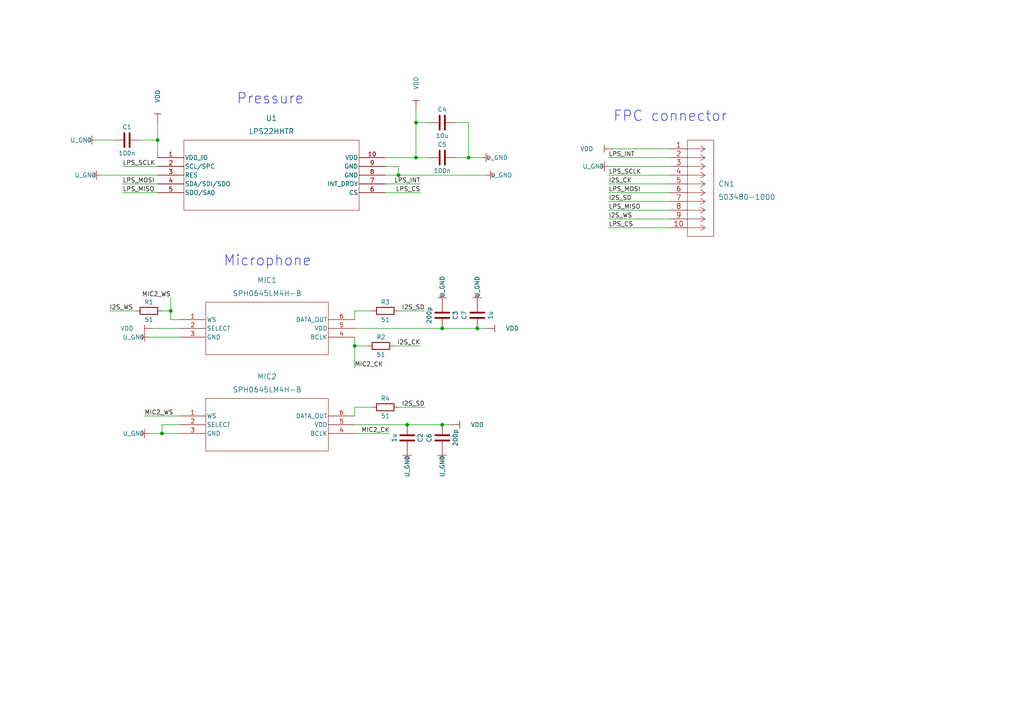
<source format=kicad_sch>
(kicad_sch (version 20211123) (generator eeschema)
  (paper "A4")
  (lib_symbols
    (symbol "Device:C" (pin_numbers hide) (pin_names (offset 0.254))
      (property "Reference" "C" (at 0.635 2.54 0))
      (property "Value" "C" (at 0.635 -2.54 0))
      (symbol "C_0_1"
        (polyline (pts (xy -2.032 -0.762) (xy 2.032 -0.762)) (stroke (width 0.508)))
        (polyline (pts (xy -2.032 0.762) (xy 2.032 0.762)) (stroke (width 0.508)))
      )
      (symbol "C_1_1"
        (pin passive line (at 0 3.81 270) (length 2.794) (name "~") (number "1"))
        (pin passive line (at 0 -3.81 90) (length 2.794) (name "~") (number "2"))
      )
    )
    (symbol "Device:R" (pin_numbers hide) (pin_names (offset 0))
      (property "Reference" "R" (at 2.032 0 90))
      (property "Value" "R" (at 0 0 90))
      (symbol "R_0_1"
        (rectangle (start -1.016 -2.54) (end 1.016 2.54) (stroke (width 0.254)))
      )
      (symbol "R_1_1"
        (pin passive line (at 0 3.81 270) (length 1.27) (name "~") (number "1"))
        (pin passive line (at 0 -3.81 90) (length 1.27) (name "~") (number "2"))
      )
    )
    (symbol "User_library:503480-1000" (pin_names (offset 0.254) hide)
      (property "Reference" "CN" (at 7.62 5.08 0))
      (property "Value" "503480-1000" (at 8.89 -27.94 0))
      (symbol "503480-1000_1_1"
        (polyline (pts (xy 5.08 -25.4) (xy 12.7 -25.4)) (stroke (width 0.127)))
        (polyline (pts (xy 5.08 2.54) (xy 5.08 -25.4)) (stroke (width 0.127)))
        (polyline (pts (xy 10.16 -22.86) (xy 5.08 -22.86)) (stroke (width 0.127)))
        (polyline (pts (xy 10.16 -22.86) (xy 8.89 -23.6982)) (stroke (width 0.127)))
        (polyline (pts (xy 10.16 -22.86) (xy 8.89 -22.0218)) (stroke (width 0.127)))
        (polyline (pts (xy 10.16 -20.32) (xy 5.08 -20.32)) (stroke (width 0.127)))
        (polyline (pts (xy 10.16 -20.32) (xy 8.89 -21.1582)) (stroke (width 0.127)))
        (polyline (pts (xy 10.16 -20.32) (xy 8.89 -19.4818)) (stroke (width 0.127)))
        (polyline (pts (xy 10.16 -17.78) (xy 5.08 -17.78)) (stroke (width 0.127)))
        (polyline (pts (xy 10.16 -17.78) (xy 8.89 -18.6182)) (stroke (width 0.127)))
        (polyline (pts (xy 10.16 -17.78) (xy 8.89 -16.9418)) (stroke (width 0.127)))
        (polyline (pts (xy 10.16 -15.24) (xy 5.08 -15.24)) (stroke (width 0.127)))
        (polyline (pts (xy 10.16 -15.24) (xy 8.89 -16.0782)) (stroke (width 0.127)))
        (polyline (pts (xy 10.16 -15.24) (xy 8.89 -14.4018)) (stroke (width 0.127)))
        (polyline (pts (xy 10.16 -12.7) (xy 5.08 -12.7)) (stroke (width 0.127)))
        (polyline (pts (xy 10.16 -12.7) (xy 8.89 -13.5382)) (stroke (width 0.127)))
        (polyline (pts (xy 10.16 -12.7) (xy 8.89 -11.8618)) (stroke (width 0.127)))
        (polyline (pts (xy 10.16 -10.16) (xy 5.08 -10.16)) (stroke (width 0.127)))
        (polyline (pts (xy 10.16 -10.16) (xy 8.89 -10.9982)) (stroke (width 0.127)))
        (polyline (pts (xy 10.16 -10.16) (xy 8.89 -9.3218)) (stroke (width 0.127)))
        (polyline (pts (xy 10.16 -7.62) (xy 5.08 -7.62)) (stroke (width 0.127)))
        (polyline (pts (xy 10.16 -7.62) (xy 8.89 -8.4582)) (stroke (width 0.127)))
        (polyline (pts (xy 10.16 -7.62) (xy 8.89 -6.7818)) (stroke (width 0.127)))
        (polyline (pts (xy 10.16 -5.08) (xy 5.08 -5.08)) (stroke (width 0.127)))
        (polyline (pts (xy 10.16 -5.08) (xy 8.89 -5.9182)) (stroke (width 0.127)))
        (polyline (pts (xy 10.16 -5.08) (xy 8.89 -4.2418)) (stroke (width 0.127)))
        (polyline (pts (xy 10.16 -2.54) (xy 5.08 -2.54)) (stroke (width 0.127)))
        (polyline (pts (xy 10.16 -2.54) (xy 8.89 -3.3782)) (stroke (width 0.127)))
        (polyline (pts (xy 10.16 -2.54) (xy 8.89 -1.7018)) (stroke (width 0.127)))
        (polyline (pts (xy 10.16 0) (xy 5.08 0)) (stroke (width 0.127)))
        (polyline (pts (xy 10.16 0) (xy 8.89 -0.8382)) (stroke (width 0.127)))
        (polyline (pts (xy 10.16 0) (xy 8.89 0.8382)) (stroke (width 0.127)))
        (polyline (pts (xy 12.7 -25.4) (xy 12.7 2.54)) (stroke (width 0.127)))
        (polyline (pts (xy 12.7 2.54) (xy 5.08 2.54)) (stroke (width 0.127)))
        (pin bidirectional line (at 0 0 0) (length 5.08) (name "1") (number "1"))
        (pin bidirectional line (at 0 -22.86 0) (length 5.08) (name "10") (number "10"))
        (pin bidirectional line (at 0 -2.54 0) (length 5.08) (name "2") (number "2"))
        (pin bidirectional line (at 0 -5.08 0) (length 5.08) (name "3") (number "3"))
        (pin bidirectional line (at 0 -7.62 0) (length 5.08) (name "4") (number "4"))
        (pin bidirectional line (at 0 -10.16 0) (length 5.08) (name "5") (number "5"))
        (pin bidirectional line (at 0 -12.7 0) (length 5.08) (name "6") (number "6"))
        (pin bidirectional line (at 0 -15.24 0) (length 5.08) (name "7") (number "7"))
        (pin bidirectional line (at 0 -17.78 0) (length 5.08) (name "8") (number "8"))
        (pin bidirectional line (at 0 -20.32 0) (length 5.08) (name "9") (number "9"))
      )
    )
    (symbol "User_library:LPS22HHTR" (pin_names (offset 0.254))
      (property "Reference" "U" (at 33.02 10.16 0))
      (property "Value" "LPS22HHTR" (at 33.02 7.62 0))
      (symbol "LPS22HHTR_0_1"
        (polyline (pts (xy 7.62 -15.24) (xy 58.42 -15.24)) (stroke (width 0.127)))
        (polyline (pts (xy 7.62 5.08) (xy 7.62 -15.24)) (stroke (width 0.127)))
        (polyline (pts (xy 58.42 -15.24) (xy 58.42 5.08)) (stroke (width 0.127)))
        (polyline (pts (xy 58.42 5.08) (xy 7.62 5.08)) (stroke (width 0.127)))
        (pin power_in line (at 0 0 0) (length 7.62) (name "VDD_IO") (number "1"))
        (pin power_in line (at 66.04 0 180) (length 7.62) (name "VDD") (number "10"))
        (pin unspecified line (at 0 -2.54 0) (length 7.62) (name "SCL/SPC") (number "2"))
        (pin unspecified line (at 0 -5.08 0) (length 7.62) (name "RES") (number "3"))
        (pin unspecified line (at 0 -7.62 0) (length 7.62) (name "SDA/SDI/SDO") (number "4"))
        (pin unspecified line (at 0 -10.16 0) (length 7.62) (name "SDO/SA0") (number "5"))
        (pin unspecified line (at 66.04 -10.16 180) (length 7.62) (name "CS") (number "6"))
        (pin unspecified line (at 66.04 -7.62 180) (length 7.62) (name "INT_DRDY") (number "7"))
        (pin power_out line (at 66.04 -5.08 180) (length 7.62) (name "GND") (number "8"))
        (pin power_out line (at 66.04 -2.54 180) (length 7.62) (name "GND") (number "9"))
      )
    )
    (symbol "User_library:SPH0645LM4H-B" (pin_names (offset 0.254))
      (property "Reference" "MIC" (at 25.4 10.16 0))
      (property "Value" "SPH0645LM4H-B" (at 25.4 7.62 0))
      (symbol "SPH0645LM4H-B_0_1"
        (polyline (pts (xy 7.62 -10.16) (xy 43.18 -10.16)) (stroke (width 0.127)))
        (polyline (pts (xy 7.62 5.08) (xy 7.62 -10.16)) (stroke (width 0.127)))
        (polyline (pts (xy 43.18 -10.16) (xy 43.18 5.08)) (stroke (width 0.127)))
        (polyline (pts (xy 43.18 5.08) (xy 7.62 5.08)) (stroke (width 0.127)))
        (pin input line (at 0 0 0) (length 7.62) (name "WS") (number "1"))
        (pin input line (at 0 -2.54 0) (length 7.62) (name "SELECT") (number "2"))
        (pin power_out line (at 0 -5.08 0) (length 7.62) (name "GND") (number "3"))
        (pin input line (at 50.8 -5.08 180) (length 7.62) (name "BCLK") (number "4"))
        (pin power_in line (at 50.8 -2.54 180) (length 7.62) (name "VDD") (number "5"))
        (pin output line (at 50.8 0 180) (length 7.62) (name "DATA_OUT") (number "6"))
      )
    )
    (symbol "User_power:GND" (power) (pin_names (offset 0))
      (property "Value" "GND" (at 0 -3.81 0))
      (symbol "GND_0_1"
        (polyline (pts (xy -0.635 -1.905) (xy 0.635 -1.905)))
        (polyline (pts (xy -0.127 -2.54) (xy 0.127 -2.54)))
        (polyline (pts (xy 0 -1.27) (xy 0 0)))
        (polyline (pts (xy 1.27 -1.27) (xy -1.27 -1.27)))
      )
      (symbol "GND_1_1"
        (pin power_in line (at 0 0 270) (length 0) hide (name "U_GND") (number "1"))
      )
    )
    (symbol "sensor_V1-rescue:VPP_3.3V-User_power" (power) (pin_names (offset 0))
      (property "Value" "VPP_3.3V-User_power" (at 0 3.81 0))
      (symbol "VPP_3.3V-User_power_0_1"
        (polyline (pts (xy -1.016 2.54) (xy 0 2.54)))
        (polyline (pts (xy 0 0) (xy 0 2.54)))
        (polyline (pts (xy 0 2.54) (xy 1.016 2.54)))
      )
      (symbol "VPP_3.3V-User_power_1_1"
        (pin power_in line (at 0 0 90) (length 0) hide (name "VDD") (number "1"))
      )
    )
  )
  (junction (at 128.27 123.19))
  (junction (at 49.53 90.17))
  (junction (at 128.27 95.25))
  (junction (at 135.89 45.72))
  (junction (at 102.87 100.33))
  (junction (at 45.72 40.64))
  (junction (at 115.57 50.8))
  (junction (at 46.99 125.73))
  (junction (at 118.11 123.19))
  (junction (at 138.43 95.25))
  (junction (at 120.65 35.56))
  (junction (at 120.65 45.72))
  (wire (pts (xy 29.21 50.8) (xy 45.72 50.8)))
  (wire (pts (xy 102.87 125.73) (xy 113.03 125.73)))
  (wire (pts (xy 135.89 35.56) (xy 135.89 45.72)))
  (wire (pts (xy 176.53 58.42) (xy 194.31 58.42)))
  (wire (pts (xy 176.53 53.34) (xy 194.31 53.34)))
  (wire (pts (xy 176.53 55.88) (xy 194.31 55.88)))
  (wire (pts (xy 40.64 40.64) (xy 45.72 40.64)))
  (wire (pts (xy 176.53 63.5) (xy 194.31 63.5)))
  (wire (pts (xy 118.11 123.19) (xy 128.27 123.19)))
  (wire (pts (xy 102.87 118.11) (xy 107.95 118.11)))
  (wire (pts (xy 46.99 125.73) (xy 52.07 125.73)))
  (wire (pts (xy 111.76 45.72) (xy 120.65 45.72)))
  (wire (pts (xy 44.45 95.25) (xy 52.07 95.25)))
  (wire (pts (xy 49.53 86.36) (xy 49.53 90.17)))
  (wire (pts (xy 111.76 50.8) (xy 115.57 50.8)))
  (wire (pts (xy 31.75 90.17) (xy 39.37 90.17)))
  (wire (pts (xy 111.76 55.88) (xy 121.92 55.88)))
  (wire (pts (xy 46.99 123.19) (xy 46.99 125.73)))
  (wire (pts (xy 102.87 92.71) (xy 102.87 90.17)))
  (wire (pts (xy 132.08 45.72) (xy 135.89 45.72)))
  (wire (pts (xy 177.8 43.18) (xy 194.31 43.18)))
  (wire (pts (xy 41.91 120.65) (xy 52.07 120.65)))
  (wire (pts (xy 45.72 35.56) (xy 45.72 40.64)))
  (wire (pts (xy 49.53 90.17) (xy 49.53 92.71)))
  (wire (pts (xy 45.72 40.64) (xy 45.72 45.72)))
  (wire (pts (xy 176.53 66.04) (xy 194.31 66.04)))
  (wire (pts (xy 102.87 120.65) (xy 102.87 118.11)))
  (wire (pts (xy 35.56 48.26) (xy 45.72 48.26)))
  (wire (pts (xy 43.18 97.79) (xy 52.07 97.79)))
  (wire (pts (xy 35.56 53.34) (xy 45.72 53.34)))
  (wire (pts (xy 128.27 95.25) (xy 138.43 95.25)))
  (wire (pts (xy 120.65 35.56) (xy 120.65 45.72)))
  (wire (pts (xy 176.53 50.8) (xy 194.31 50.8)))
  (wire (pts (xy 132.08 35.56) (xy 135.89 35.56)))
  (wire (pts (xy 27.94 40.64) (xy 33.02 40.64)))
  (wire (pts (xy 115.57 90.17) (xy 123.19 90.17)))
  (wire (pts (xy 102.87 90.17) (xy 107.95 90.17)))
  (wire (pts (xy 35.56 55.88) (xy 45.72 55.88)))
  (wire (pts (xy 115.57 118.11) (xy 123.19 118.11)))
  (wire (pts (xy 115.57 50.8) (xy 140.97 50.8)))
  (wire (pts (xy 176.53 48.26) (xy 194.31 48.26)))
  (wire (pts (xy 43.18 125.73) (xy 46.99 125.73)))
  (wire (pts (xy 102.87 100.33) (xy 102.87 106.68)))
  (wire (pts (xy 120.65 45.72) (xy 124.46 45.72)))
  (wire (pts (xy 138.43 95.25) (xy 140.97 95.25)))
  (wire (pts (xy 121.92 53.34) (xy 111.76 53.34)))
  (wire (pts (xy 121.92 100.33) (xy 114.3 100.33)))
  (wire (pts (xy 115.57 48.26) (xy 115.57 50.8)))
  (wire (pts (xy 135.89 45.72) (xy 139.7 45.72)))
  (wire (pts (xy 176.53 60.96) (xy 194.31 60.96)))
  (wire (pts (xy 102.87 100.33) (xy 106.68 100.33)))
  (wire (pts (xy 111.76 48.26) (xy 115.57 48.26)))
  (wire (pts (xy 102.87 123.19) (xy 118.11 123.19)))
  (wire (pts (xy 102.87 97.79) (xy 102.87 100.33)))
  (wire (pts (xy 120.65 35.56) (xy 124.46 35.56)))
  (wire (pts (xy 46.99 123.19) (xy 52.07 123.19)))
  (wire (pts (xy 102.87 95.25) (xy 128.27 95.25)))
  (wire (pts (xy 52.07 92.71) (xy 49.53 92.71)))
  (wire (pts (xy 46.99 90.17) (xy 49.53 90.17)))
  (wire (pts (xy 176.53 45.72) (xy 194.31 45.72)))
  (wire (pts (xy 120.65 31.75) (xy 120.65 35.56)))
  (wire (pts (xy 128.27 123.19) (xy 130.81 123.19)))
  (text "Microphone" (at 64.77 77.47 0) (effects (font (size 3 3)) (justify left bottom)))
  (text "Pressure" (at 68.58 30.48 0) (effects (font (size 3 3)) (justify left bottom)))
  (text "FPC connector" (at 177.8 35.56 0) (effects (font (size 3 3)) (justify left bottom)))
  (label "MIC2_CK" (at 102.87 106.68 0))
  (label "LPS_CS" (at 176.53 66.04 0))
  (label "LPS_CS" (at 121.92 55.88 180))
  (label "MIC2_WS" (at 41.91 120.65 0))
  (label "I2S_WS" (at 31.75 90.17 0))
  (label "LPS_INT" (at 121.92 53.34 180))
  (label "LPS_MOSI" (at 176.53 55.88 0))
  (label "LPS_INT" (at 176.53 45.72 0))
  (label "LPS_MISO" (at 35.56 55.88 0))
  (label "I2S_SD" (at 123.19 90.17 180))
  (label "I2S_CK" (at 176.53 53.34 0))
  (label "MIC2_CK" (at 113.03 125.73 180))
  (label "LPS_MISO" (at 176.53 60.96 0))
  (label "I2S_SD" (at 176.53 58.42 0))
  (label "LPS_MOSI" (at 35.56 53.34 0))
  (label "I2S_CK" (at 121.92 100.33 180))
  (label "LPS_SCLK" (at 35.56 48.26 0))
  (label "MIC2_WS" (at 49.53 86.36 180))
  (label "I2S_SD" (at 123.19 118.11 180))
  (label "I2S_WS" (at 176.53 63.5 0))
  (label "LPS_SCLK" (at 176.53 50.8 0))
  (symbol (lib_id "User_power:GND") (at 43.18 125.73 270) (unit 1)
    (property "Reference" "#PWR06" (effects hide))
    (property "Value" "GND" (at 35.56 125.73 90) (effects (justify left)))
  )
  (symbol (lib_id "Device:C") (at 128.27 127 180) (unit 1)
    (property "Reference" "C6" (at 124.46 127 90))
    (property "Value" "200p" (at 132.08 127 90))
    (property "Footprint" "User_library:UL_C_0402_1005Metric" (effects hide))
  )
  (symbol (lib_id "sensor_V1-rescue:VPP_3.3V-User_power") (at 140.97 95.25 270) (unit 1)
    (property "Reference" "#PWR08" (effects hide))
    (property "Value" "VPP_3.3V" (at 148.59 95.25 90))
  )
  (symbol (lib_id "sensor_V1-rescue:VPP_3.3V-User_power") (at 120.65 31.75 0) (unit 1)
    (property "Reference" "#PWR0101" (effects hide))
    (property "Value" "VPP_3.3V" (at 120.65 24.13 90))
  )
  (symbol (lib_id "Device:R") (at 111.76 118.11 270) (unit 1)
    (property "Reference" "R4" (at 111.76 115.57 90))
    (property "Value" "51" (at 111.76 120.65 90))
    (property "Footprint" "Resistor_SMD:R_0402_1005Metric" (effects hide))
  )
  (symbol (lib_id "Device:C") (at 128.27 45.72 90) (unit 1)
    (property "Reference" "C5" (at 128.27 41.91 90))
    (property "Value" "100n" (at 128.27 49.53 90))
    (property "Footprint" "User_library:UL_C_0402_1005Metric" (effects hide))
  )
  (symbol (lib_id "sensor_V1-rescue:VPP_3.3V-User_power") (at 130.81 123.19 270) (unit 1)
    (property "Reference" "#PWR015" (effects hide))
    (property "Value" "VPP_3.3V" (at 138.43 123.19 90))
  )
  (symbol (lib_id "User_power:GND") (at 128.27 87.63 180) (unit 1)
    (property "Reference" "#PWR013" (effects hide))
    (property "Value" "GND" (at 128.27 80.01 90) (effects (justify left)))
  )
  (symbol (lib_id "Device:C") (at 36.83 40.64 90) (unit 1)
    (property "Reference" "C1" (at 36.83 36.83 90))
    (property "Value" "100n" (at 36.83 44.45 90))
    (property "Footprint" "User_library:UL_C_0402_1005Metric" (effects hide))
  )
  (symbol (lib_id "User_library:503480-1000") (at 194.31 43.18 0) (unit 1)
    (property "Reference" "CN1" (at 208.28 53.34 0) (effects (font (size 1.524 1.524)) (justify left)))
    (property "Value" "503480-1000" (at 208.28 57.15 0) (effects (font (size 1.524 1.524)) (justify left)))
    (property "Footprint" "User_library:503480-1000" (effects hide))
  )
  (symbol (lib_id "User_library:SPH0645LM4H-B") (at 52.07 120.65 0) (unit 1)
    (property "Reference" "MIC2" (at 77.47 109.22 0) (effects (font (size 1.524 1.524))))
    (property "Value" "SPH0645LM4H-B" (at 77.47 113.03 0) (effects (font (size 1.524 1.524))))
    (property "Footprint" "User_library:SPH0645LM4H-B_KNO" (effects hide))
    (property "Datasheet" "SPH0645LM4H-B" (effects hide))
  )
  (symbol (lib_id "User_library:SPH0645LM4H-B") (at 52.07 92.71 0) (unit 1)
    (property "Reference" "MIC1" (at 77.47 81.28 0) (effects (font (size 1.524 1.524))))
    (property "Value" "SPH0645LM4H-B" (at 77.47 85.09 0) (effects (font (size 1.524 1.524))))
    (property "Footprint" "User_library:SPH0645LM4H-B_KNO" (effects hide))
    (property "Datasheet" "SPH0645LM4H-B" (effects hide))
  )
  (symbol (lib_id "User_power:GND") (at 118.11 130.81 0) (unit 1)
    (property "Reference" "#PWR07" (effects hide))
    (property "Value" "GND" (at 118.11 138.43 90) (effects (justify left)))
  )
  (symbol (lib_id "User_power:GND") (at 138.43 87.63 180) (unit 1)
    (property "Reference" "#PWR016" (effects hide))
    (property "Value" "GND" (at 138.43 80.01 90) (effects (justify left)))
  )
  (symbol (lib_id "User_power:GND") (at 43.18 97.79 270) (unit 1)
    (property "Reference" "#PWR03" (effects hide))
    (property "Value" "GND" (at 35.56 97.79 90) (effects (justify left)))
  )
  (symbol (lib_id "sensor_V1-rescue:VPP_3.3V-User_power") (at 44.45 95.25 90) (unit 1)
    (property "Reference" "#PWR04" (effects hide))
    (property "Value" "VPP_3.3V" (at 36.83 95.25 90))
  )
  (symbol (lib_id "Device:C") (at 128.27 35.56 90) (unit 1)
    (property "Reference" "C4" (at 128.27 31.75 90))
    (property "Value" "10u" (at 128.27 39.37 90))
    (property "Footprint" "User_library:UL_C_0402_1005Metric" (effects hide))
  )
  (symbol (lib_id "Device:R") (at 43.18 90.17 270) (unit 1)
    (property "Reference" "R1" (at 43.18 87.63 90))
    (property "Value" "51" (at 43.18 92.71 90))
    (property "Footprint" "Resistor_SMD:R_0402_1005Metric" (effects hide))
  )
  (symbol (lib_id "Device:C") (at 118.11 127 0) (unit 1)
    (property "Reference" "C2" (at 121.92 127 90))
    (property "Value" "1u" (at 114.3 127 90))
    (property "Footprint" "User_library:UL_C_0402_1005Metric" (effects hide))
  )
  (symbol (lib_id "User_power:GND") (at 176.53 48.26 270) (unit 1)
    (property "Reference" "#PWR011" (effects hide))
    (property "Value" "GND" (at 168.91 48.26 90) (effects (justify left)))
  )
  (symbol (lib_id "Device:C") (at 138.43 91.44 180) (unit 1)
    (property "Reference" "C7" (at 134.62 91.44 90))
    (property "Value" "1u" (at 142.24 91.44 90))
    (property "Footprint" "User_library:UL_C_0402_1005Metric" (effects hide))
  )
  (symbol (lib_id "Device:R") (at 110.49 100.33 90) (mirror x) (unit 1)
    (property "Reference" "R2" (at 110.49 97.79 90))
    (property "Value" "51" (at 110.49 102.87 90))
    (property "Footprint" "Resistor_SMD:R_0402_1005Metric" (effects hide))
  )
  (symbol (lib_id "sensor_V1-rescue:VPP_3.3V-User_power") (at 177.8 43.18 90) (unit 1)
    (property "Reference" "#PWR012" (effects hide))
    (property "Value" "VPP_3.3V" (at 170.18 43.18 90))
  )
  (symbol (lib_id "Device:C") (at 128.27 91.44 0) (unit 1)
    (property "Reference" "C3" (at 132.08 91.44 90))
    (property "Value" "200p" (at 124.46 91.44 90))
    (property "Footprint" "User_library:UL_C_0402_1005Metric" (effects hide))
  )
  (symbol (lib_id "Device:R") (at 111.76 90.17 90) (mirror x) (unit 1)
    (property "Reference" "R3" (at 111.76 87.63 90))
    (property "Value" "51" (at 111.76 92.71 90))
    (property "Footprint" "Resistor_SMD:R_0402_1005Metric" (effects hide))
  )
  (symbol (lib_id "User_power:GND") (at 140.97 50.8 90) (unit 1)
    (property "Reference" "#PWR010" (effects hide))
    (property "Value" "GND" (at 148.59 50.8 90) (effects (justify left)))
  )
  (symbol (lib_id "sensor_V1-rescue:VPP_3.3V-User_power") (at 45.72 35.56 0) (unit 1)
    (property "Reference" "#PWR05" (effects hide))
    (property "Value" "VPP_3.3V" (at 45.72 27.94 90))
  )
  (symbol (lib_id "User_library:LPS22HHTR") (at 45.72 45.72 0) (unit 1)
    (property "Reference" "U1" (at 78.74 34.29 0) (effects (font (size 1.524 1.524))))
    (property "Value" "LPS22HHTR" (at 78.74 38.1 0) (effects (font (size 1.524 1.524))))
    (property "Footprint" "User_library:HLGA-10L_2X2X0P73_STM" (effects hide))
    (property "Datasheet" "LPS22HHTR" (effects hide))
  )
  (symbol (lib_id "User_power:GND") (at 29.21 50.8 270) (unit 1)
    (property "Reference" "#PWR01" (effects hide))
    (property "Value" "GND" (at 21.59 50.8 90) (effects (justify left)))
  )
  (symbol (lib_id "User_power:GND") (at 27.94 40.64 270) (unit 1)
    (property "Reference" "#PWR02" (effects hide))
    (property "Value" "GND" (at 20.32 40.64 90) (effects (justify left)))
  )
  (symbol (lib_id "User_power:GND") (at 128.27 130.81 0) (unit 1)
    (property "Reference" "#PWR014" (effects hide))
    (property "Value" "GND" (at 128.27 138.43 90) (effects (justify left)))
  )
  (symbol (lib_id "User_power:GND") (at 139.7 45.72 90) (unit 1)
    (property "Reference" "#PWR09" (effects hide))
    (property "Value" "GND" (at 147.32 45.72 90) (effects (justify left)))
  )
)
</source>
